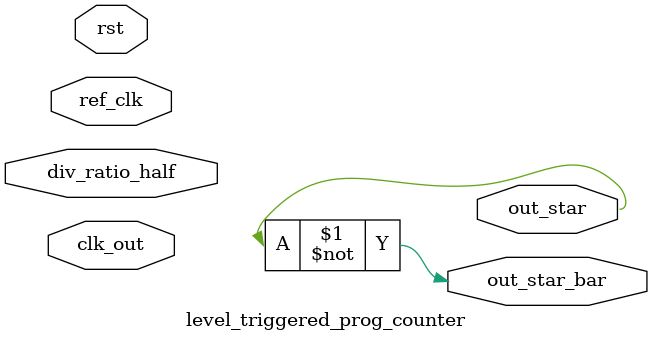
<source format=sv>
module level_triggered_prog_counter (
    input clk_out,
    input [5:0] div_ratio_half,
    input ref_clk,
    input rst,
    output reg out_star,
    output reg out_star_bar
);

logic [5:0] osc_clk_count;

assign out_star_bar = ~out_star;
assign asyn_reset_div_ratio_half = div_ratio_half + 1'b1;



// 

// To be filled with a small FSM

//  








endmodule
</source>
